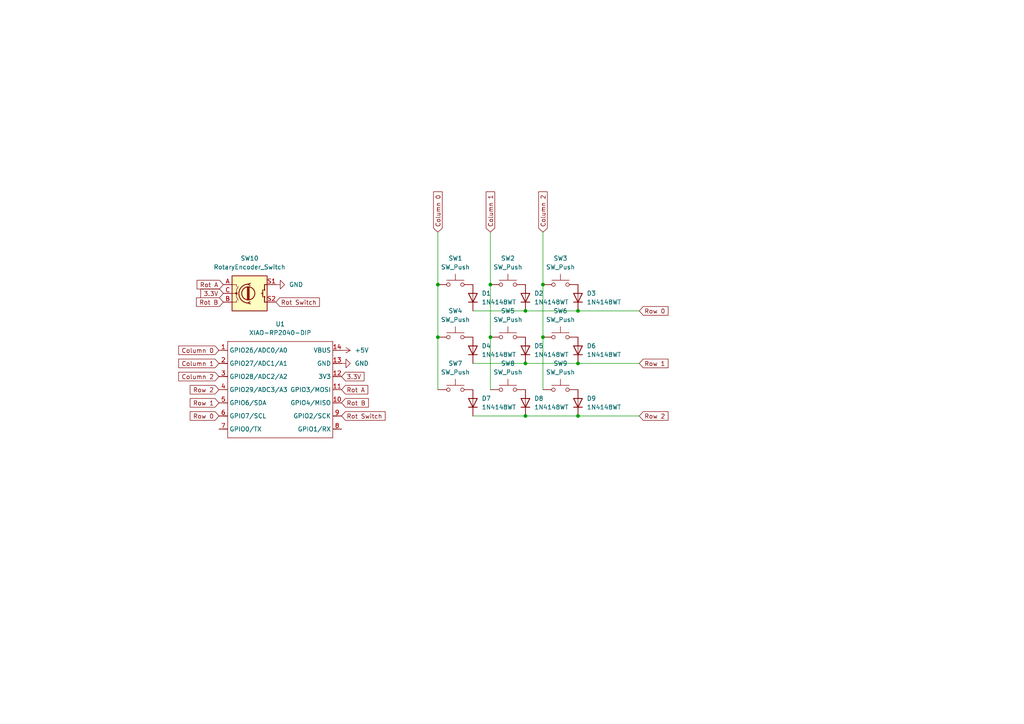
<source format=kicad_sch>
(kicad_sch (version 20250114) (generator "eeschema") (generator_version "9.0")
  (paper "A4")
  (lib_symbols
    (symbol "Device:RotaryEncoder_Switch" (pin_names (offset 0.254) (hide yes))
      (property "Reference" "SW" (at 0 6.604 0))
      (property "Value" "RotaryEncoder_Switch" (at 0 -6.604 0))
      (symbol "RotaryEncoder_Switch_0_1"
        (rectangle (start -5.08 5.08) (end 5.08 -5.08) (stroke (width 0.254)) (fill (type background)))
        (polyline (pts (xy -5.08 2.54) (xy -3.81 2.54) (xy -3.81 2.032)))
        (polyline (pts (xy -5.08 0) (xy -3.81 0) (xy -3.81 -1.016) (xy -3.302 -2.032)))
        (polyline (pts (xy -5.08 -2.54) (xy -3.81 -2.54) (xy -3.81 -2.032)))
        (polyline (pts (xy -4.318 0) (xy -3.81 0) (xy -3.81 1.016) (xy -3.302 2.032)))
        (circle (center -3.81 0) (radius 0.254) (fill (type outline)))
        (polyline (pts (xy -0.635 -1.778) (xy -0.635 1.778)) (stroke (width 0.254)))
        (circle (center -0.381 0) (radius 1.905) (stroke (width 0.254)))
        (polyline (pts (xy -0.381 -1.778) (xy -0.381 1.778)) (stroke (width 0.254)))
        (arc (start -0.381 -2.794) (mid -3.0988 -0.0635) (end -0.381 2.667) (stroke (width 0.254)))
        (polyline (pts (xy -0.127 1.778) (xy -0.127 -1.778)) (stroke (width 0.254)))
        (polyline (pts (xy 0.254 2.921) (xy -0.508 2.667) (xy 0.127 2.286)) (stroke (width 0.254)))
        (polyline (pts (xy 0.254 -3.048) (xy -0.508 -2.794) (xy 0.127 -2.413)) (stroke (width 0.254)))
        (polyline (pts (xy 3.81 1.016) (xy 3.81 -1.016)) (stroke (width 0.254)))
        (polyline (pts (xy 3.81 0) (xy 3.429 0)) (stroke (width 0.254)))
        (circle (center 4.318 1.016) (radius 0.127) (stroke (width 0.254)))
        (circle (center 4.318 -1.016) (radius 0.127) (stroke (width 0.254)))
        (polyline (pts (xy 5.08 2.54) (xy 4.318 2.54) (xy 4.318 1.016)) (stroke (width 0.254)))
        (polyline (pts (xy 5.08 -2.54) (xy 4.318 -2.54) (xy 4.318 -1.016)) (stroke (width 0.254)))
      )
      (symbol "RotaryEncoder_Switch_1_1"
        (pin passive line (at -7.62 2.54 0) (length 2.54) (name "A") (number "A"))
        (pin passive line (at -7.62 0 0) (length 2.54) (name "C") (number "C"))
        (pin passive line (at -7.62 -2.54 0) (length 2.54) (name "B") (number "B"))
        (pin passive line (at 7.62 2.54 180) (length 2.54) (name "S1") (number "S1"))
        (pin passive line (at 7.62 -2.54 180) (length 2.54) (name "S2") (number "S2"))
      )
    )
    (symbol "Diode:1N4148WT" (pin_numbers (hide yes)) (pin_names (hide yes))
      (property "Reference" "D" (at 0 2.54 0))
      (property "Value" "1N4148WT" (at 0 -2.54 0))
      (symbol "1N4148WT_0_1"
        (polyline (pts (xy -1.27 1.27) (xy -1.27 -1.27)) (stroke (width 0.254)))
        (polyline (pts (xy 1.27 1.27) (xy 1.27 -1.27) (xy -1.27 0) (xy 1.27 1.27)) (stroke (width 0.254)))
        (polyline (pts (xy 1.27 0) (xy -1.27 0)))
      )
      (symbol "1N4148WT_1_1"
        (pin passive line (at -3.81 0 0) (length 2.54) (name "K") (number "1"))
        (pin passive line (at 3.81 0 180) (length 2.54) (name "A") (number "2"))
      )
    )
    (symbol "OPL:XIAO-RP2040-DIP"
      (property "Reference" "U" (at 0 0 0))
      (property "Value" "XIAO-RP2040-DIP" (at 5.334 -1.778 0))
      (symbol "XIAO-RP2040-DIP_1_0"
        (polyline (pts (xy -1.27 -2.54) (xy 29.21 -2.54)) (stroke (width 0.1524)))
        (polyline (pts (xy -1.27 -5.08) (xy -2.54 -5.08)) (stroke (width 0.1524)))
        (polyline (pts (xy -1.27 -5.08) (xy -1.27 -2.54)) (stroke (width 0.1524)))
        (polyline (pts (xy -1.27 -8.89) (xy -2.54 -8.89)) (stroke (width 0.1524)))
        (polyline (pts (xy -1.27 -8.89) (xy -1.27 -5.08)) (stroke (width 0.1524)))
        (polyline (pts (xy -1.27 -12.7) (xy -2.54 -12.7)) (stroke (width 0.1524)))
        (polyline (pts (xy -1.27 -12.7) (xy -1.27 -8.89)) (stroke (width 0.1524)))
        (polyline (pts (xy -1.27 -16.51) (xy -2.54 -16.51)) (stroke (width 0.1524)))
        (polyline (pts (xy -1.27 -16.51) (xy -1.27 -12.7)) (stroke (width 0.1524)))
        (polyline (pts (xy -1.27 -20.32) (xy -2.54 -20.32)) (stroke (width 0.1524)))
        (polyline (pts (xy -1.27 -24.13) (xy -2.54 -24.13)) (stroke (width 0.1524)))
        (polyline (pts (xy -1.27 -27.94) (xy -2.54 -27.94)) (stroke (width 0.1524)))
        (polyline (pts (xy -1.27 -30.48) (xy -1.27 -16.51)) (stroke (width 0.1524)))
        (polyline (pts (xy 29.21 -2.54) (xy 29.21 -5.08)) (stroke (width 0.1524)))
        (polyline (pts (xy 29.21 -5.08) (xy 29.21 -8.89)) (stroke (width 0.1524)))
        (polyline (pts (xy 29.21 -8.89) (xy 29.21 -12.7)) (stroke (width 0.1524)))
        (polyline (pts (xy 29.21 -12.7) (xy 29.21 -30.48)) (stroke (width 0.1524)))
        (polyline (pts (xy 29.21 -30.48) (xy -1.27 -30.48)) (stroke (width 0.1524)))
        (polyline (pts (xy 30.48 -5.08) (xy 29.21 -5.08)) (stroke (width 0.1524)))
        (polyline (pts (xy 30.48 -8.89) (xy 29.21 -8.89)) (stroke (width 0.1524)))
        (polyline (pts (xy 30.48 -12.7) (xy 29.21 -12.7)) (stroke (width 0.1524)))
        (polyline (pts (xy 30.48 -16.51) (xy 29.21 -16.51)) (stroke (width 0.1524)))
        (polyline (pts (xy 30.48 -20.32) (xy 29.21 -20.32)) (stroke (width 0.1524)))
        (polyline (pts (xy 30.48 -24.13) (xy 29.21 -24.13)) (stroke (width 0.1524)))
        (polyline (pts (xy 30.48 -27.94) (xy 29.21 -27.94)) (stroke (width 0.1524)))
        (pin passive line (at -3.81 -5.08 0) (length 2.54) (name "GPIO26/ADC0/A0") (number "1"))
        (pin passive line (at -3.81 -8.89 0) (length 2.54) (name "GPIO27/ADC1/A1") (number "2"))
        (pin passive line (at -3.81 -12.7 0) (length 2.54) (name "GPIO28/ADC2/A2") (number "3"))
        (pin passive line (at -3.81 -16.51 0) (length 2.54) (name "GPIO29/ADC3/A3") (number "4"))
        (pin passive line (at -3.81 -20.32 0) (length 2.54) (name "GPIO6/SDA") (number "5"))
        (pin passive line (at -3.81 -24.13 0) (length 2.54) (name "GPIO7/SCL") (number "6"))
        (pin passive line (at -3.81 -27.94 0) (length 2.54) (name "GPIO0/TX") (number "7"))
        (pin passive line (at 31.75 -5.08 180) (length 2.54) (name "VBUS") (number "14"))
        (pin passive line (at 31.75 -8.89 180) (length 2.54) (name "GND") (number "13"))
        (pin passive line (at 31.75 -12.7 180) (length 2.54) (name "3V3") (number "12"))
        (pin passive line (at 31.75 -16.51 180) (length 2.54) (name "GPIO3/MOSI") (number "11"))
        (pin passive line (at 31.75 -20.32 180) (length 2.54) (name "GPIO4/MISO") (number "10"))
        (pin passive line (at 31.75 -24.13 180) (length 2.54) (name "GPIO2/SCK") (number "9"))
        (pin passive line (at 31.75 -27.94 180) (length 2.54) (name "GPIO1/RX") (number "8"))
      )
    )
    (symbol "Switch:SW_Push" (pin_numbers (hide yes)) (pin_names (offset 1.016) (hide yes))
      (property "Reference" "SW" (at 1.27 2.54 0))
      (property "Value" "SW_Push" (at 0 -1.524 0))
      (symbol "SW_Push_0_1"
        (circle (center -2.032 0) (radius 0.508))
        (polyline (pts (xy 0 1.27) (xy 0 3.048)))
        (circle (center 2.032 0) (radius 0.508))
        (polyline (pts (xy 2.54 1.27) (xy -2.54 1.27)))
        (pin passive line (at -5.08 0 0) (length 2.54) (name "1") (number "1"))
        (pin passive line (at 5.08 0 180) (length 2.54) (name "2") (number "2"))
      )
    )
    (symbol "power:+5V" (power) (pin_numbers (hide yes)) (pin_names (offset 0) (hide yes))
      (property "Value" "+5V" (at 0 3.556 0))
      (symbol "+5V_0_1"
        (polyline (pts (xy -0.762 1.27) (xy 0 2.54)))
        (polyline (pts (xy 0 2.54) (xy 0.762 1.27)))
        (polyline (pts (xy 0 0) (xy 0 2.54)))
      )
      (symbol "+5V_1_1"
        (pin power_in line (at 0 0 90) (length 0) (name "~") (number "1"))
      )
    )
    (symbol "power:GND" (power) (pin_numbers (hide yes)) (pin_names (offset 0) (hide yes))
      (property "Value" "GND" (at 0 -3.81 0))
      (symbol "GND_0_1"
        (polyline (pts (xy 0 0) (xy 0 -1.27) (xy 1.27 -1.27) (xy 0 -2.54) (xy -1.27 -1.27) (xy 0 -1.27)))
      )
      (symbol "GND_1_1"
        (pin power_in line (at 0 0 270) (length 0) (name "~") (number "1"))
      )
    )
  )
  (junction (at 157.48 82.55))
  (junction (at 167.64 120.65))
  (junction (at 167.64 90.17))
  (junction (at 152.4 120.65))
  (junction (at 157.48 97.79))
  (junction (at 127 82.55))
  (junction (at 142.24 97.79))
  (junction (at 127 97.79))
  (junction (at 142.24 82.55))
  (junction (at 167.64 105.41))
  (junction (at 152.4 90.17))
  (junction (at 152.4 105.41))
  (wire (pts (xy 137.16 120.65) (xy 152.4 120.65)))
  (wire (pts (xy 127 97.79) (xy 127 113.03)))
  (wire (pts (xy 142.24 82.55) (xy 142.24 97.79)))
  (wire (pts (xy 152.4 90.17) (xy 167.64 90.17)))
  (wire (pts (xy 185.42 105.41) (xy 167.64 105.41)))
  (wire (pts (xy 127 82.55) (xy 127 97.79)))
  (wire (pts (xy 157.48 82.55) (xy 157.48 97.79)))
  (wire (pts (xy 127 67.31) (xy 127 82.55)))
  (wire (pts (xy 185.42 120.65) (xy 167.64 120.65)))
  (wire (pts (xy 157.48 97.79) (xy 157.48 113.03)))
  (wire (pts (xy 142.24 67.31) (xy 142.24 82.55)))
  (wire (pts (xy 142.24 97.79) (xy 142.24 113.03)))
  (wire (pts (xy 185.42 90.17) (xy 167.64 90.17)))
  (wire (pts (xy 137.16 90.17) (xy 152.4 90.17)))
  (wire (pts (xy 137.16 105.41) (xy 152.4 105.41)))
  (wire (pts (xy 152.4 105.41) (xy 167.64 105.41)))
  (wire (pts (xy 157.48 67.31) (xy 157.48 82.55)))
  (wire (pts (xy 152.4 120.65) (xy 167.64 120.65)))
  (global_label "Column 2" (shape input) (at 157.48 67.31 90) (property "Intersheetrefs" "${INTERSHEET_REFS}" (effects (hide yes))))
  (global_label "Rot Switch" (shape input) (at 99.06 120.65 0) (property "Intersheetrefs" "${INTERSHEET_REFS}" (effects (hide yes))))
  (global_label "Rot A" (shape input) (at 99.06 113.03 0) (property "Intersheetrefs" "${INTERSHEET_REFS}" (effects (hide yes))))
  (global_label "Column 2" (shape input) (at 63.5 109.22 180) (property "Intersheetrefs" "${INTERSHEET_REFS}" (effects (hide yes))))
  (global_label "Row 1" (shape input) (at 63.5 116.84 180) (property "Intersheetrefs" "${INTERSHEET_REFS}" (effects (hide yes))))
  (global_label "Row 0" (shape input) (at 185.42 90.17 0) (property "Intersheetrefs" "${INTERSHEET_REFS}" (effects (hide yes))))
  (global_label "Rot Switch" (shape input) (at 80.01 87.63 0) (property "Intersheetrefs" "${INTERSHEET_REFS}" (effects (hide yes))))
  (global_label "Column 1" (shape input) (at 142.24 67.31 90) (property "Intersheetrefs" "${INTERSHEET_REFS}" (effects (hide yes))))
  (global_label "3.3V" (shape input) (at 99.06 109.22 0) (property "Intersheetrefs" "${INTERSHEET_REFS}" (effects (hide yes))))
  (global_label "Rot B" (shape input) (at 99.06 116.84 0) (property "Intersheetrefs" "${INTERSHEET_REFS}" (effects (hide yes))))
  (global_label "Column 0" (shape input) (at 127 67.31 90) (property "Intersheetrefs" "${INTERSHEET_REFS}" (effects (hide yes))))
  (global_label "Column 1" (shape input) (at 63.5 105.41 180) (property "Intersheetrefs" "${INTERSHEET_REFS}" (effects (hide yes))))
  (global_label "Rot B" (shape input) (at 64.77 87.63 180) (property "Intersheetrefs" "${INTERSHEET_REFS}" (effects (hide yes))))
  (global_label "Rot A" (shape input) (at 64.77 82.55 180) (property "Intersheetrefs" "${INTERSHEET_REFS}" (effects (hide yes))))
  (global_label "Row 1" (shape input) (at 185.42 105.41 0) (property "Intersheetrefs" "${INTERSHEET_REFS}" (effects (hide yes))))
  (global_label "3.3V" (shape input) (at 64.77 85.09 180) (property "Intersheetrefs" "${INTERSHEET_REFS}" (effects (hide yes))))
  (global_label "Row 0" (shape input) (at 63.5 120.65 180) (property "Intersheetrefs" "${INTERSHEET_REFS}" (effects (hide yes))))
  (global_label "Row 2" (shape input) (at 185.42 120.65 0) (property "Intersheetrefs" "${INTERSHEET_REFS}" (effects (hide yes))))
  (global_label "Row 2" (shape input) (at 63.5 113.03 180) (property "Intersheetrefs" "${INTERSHEET_REFS}" (effects (hide yes))))
  (global_label "Column 0" (shape input) (at 63.5 101.6 180) (property "Intersheetrefs" "${INTERSHEET_REFS}" (effects (hide yes))))
  (symbol (lib_id "power:+5V") (at 99.06 101.6 270) (unit 1)
    (property "Reference" "#PWR01" (effects (hide yes)))
    (property "Value" "+5V" (at 102.87 101.5999 90) (effects (justify left)))
    (property "Description" "Power symbol creates a global label with name \"+5V\"" (effects (hide yes)))
  )
  (symbol (lib_id "Switch:SW_Push") (at 162.56 97.79 0) (unit 1)
    (property "Reference" "SW6" (at 162.56 90.17 0))
    (property "Value" "SW_Push" (at 162.56 92.71 0))
    (property "Footprint" "Button_Switch_Keyboard:SW_Cherry_MX_1.00u_PCB" (effects (hide yes)))
    (property "Description" "Push button switch, generic, two pins" (effects (hide yes)))
  )
  (symbol (lib_id "Device:RotaryEncoder_Switch") (at 72.39 85.09 0) (unit 1)
    (property "Reference" "SW10" (at 72.39 74.93 0))
    (property "Value" "RotaryEncoder_Switch" (at 72.39 77.47 0))
    (property "Footprint" "Rotary_Encoder:RotaryEncoder_Alps_EC11E-Switch_Vertical_H20mm_MountingHoles" (effects (hide yes)))
    (property "Description" "Rotary encoder, dual channel, incremental quadrate outputs, with switch" (effects (hide yes)))
  )
  (symbol (lib_id "Diode:1N4148WT") (at 137.16 101.6 90) (unit 1)
    (property "Reference" "D4" (at 139.7 100.3299 90) (effects (justify right)))
    (property "Value" "1N4148WT" (at 139.7 102.8699 90) (effects (justify right)))
    (property "Footprint" "Diode_THT:D_DO-35_SOD27_P7.62mm_Horizontal" (effects (hide yes)))
    (property "Datasheet" "https://www.diodes.com/assets/Datasheets/ds30396.pdf" (effects (hide yes)))
    (property "Description" "75V 0.15A Fast switching Diode, SOD-523" (effects (hide yes)))
    (property "Sim.Device" "D" (effects (hide yes)))
    (property "Sim.Pins" "1=K 2=A" (effects (hide yes)))
  )
  (symbol (lib_id "Diode:1N4148WT") (at 167.64 101.6 90) (unit 1)
    (property "Reference" "D6" (at 170.18 100.3299 90) (effects (justify right)))
    (property "Value" "1N4148WT" (at 170.18 102.8699 90) (effects (justify right)))
    (property "Footprint" "Diode_THT:D_DO-35_SOD27_P7.62mm_Horizontal" (effects (hide yes)))
    (property "Datasheet" "https://www.diodes.com/assets/Datasheets/ds30396.pdf" (effects (hide yes)))
    (property "Description" "75V 0.15A Fast switching Diode, SOD-523" (effects (hide yes)))
    (property "Sim.Device" "D" (effects (hide yes)))
    (property "Sim.Pins" "1=K 2=A" (effects (hide yes)))
  )
  (symbol (lib_id "Switch:SW_Push") (at 132.08 97.79 0) (unit 1)
    (property "Reference" "SW4" (at 132.08 90.17 0))
    (property "Value" "SW_Push" (at 132.08 92.71 0))
    (property "Footprint" "Button_Switch_Keyboard:SW_Cherry_MX_1.00u_PCB" (effects (hide yes)))
    (property "Description" "Push button switch, generic, two pins" (effects (hide yes)))
  )
  (symbol (lib_id "Switch:SW_Push") (at 132.08 82.55 0) (unit 1)
    (property "Reference" "SW1" (at 132.08 74.93 0))
    (property "Value" "SW_Push" (at 132.08 77.47 0))
    (property "Footprint" "Button_Switch_Keyboard:SW_Cherry_MX_1.00u_PCB" (effects (hide yes)))
    (property "Description" "Push button switch, generic, two pins" (effects (hide yes)))
  )
  (symbol (lib_id "Switch:SW_Push") (at 147.32 97.79 0) (unit 1)
    (property "Reference" "SW5" (at 147.32 90.17 0))
    (property "Value" "SW_Push" (at 147.32 92.71 0))
    (property "Footprint" "Button_Switch_Keyboard:SW_Cherry_MX_1.00u_PCB" (effects (hide yes)))
    (property "Description" "Push button switch, generic, two pins" (effects (hide yes)))
  )
  (symbol (lib_id "Diode:1N4148WT") (at 167.64 116.84 90) (unit 1)
    (property "Reference" "D9" (at 170.18 115.5699 90) (effects (justify right)))
    (property "Value" "1N4148WT" (at 170.18 118.1099 90) (effects (justify right)))
    (property "Footprint" "Diode_THT:D_DO-35_SOD27_P7.62mm_Horizontal" (effects (hide yes)))
    (property "Datasheet" "https://www.diodes.com/assets/Datasheets/ds30396.pdf" (effects (hide yes)))
    (property "Description" "75V 0.15A Fast switching Diode, SOD-523" (effects (hide yes)))
    (property "Sim.Device" "D" (effects (hide yes)))
    (property "Sim.Pins" "1=K 2=A" (effects (hide yes)))
  )
  (symbol (lib_id "power:GND") (at 80.01 82.55 90) (unit 1)
    (property "Reference" "#PWR03" (effects (hide yes)))
    (property "Value" "GND" (at 83.82 82.5499 90) (effects (justify right)))
    (property "Description" "Power symbol creates a global label with name \"GND\" , ground" (effects (hide yes)))
  )
  (symbol (lib_id "Switch:SW_Push") (at 147.32 82.55 0) (unit 1)
    (property "Reference" "SW2" (at 147.32 74.93 0))
    (property "Value" "SW_Push" (at 147.32 77.47 0))
    (property "Footprint" "Button_Switch_Keyboard:SW_Cherry_MX_1.00u_PCB" (effects (hide yes)))
    (property "Description" "Push button switch, generic, two pins" (effects (hide yes)))
  )
  (symbol (lib_id "Switch:SW_Push") (at 132.08 113.03 0) (unit 1)
    (property "Reference" "SW7" (at 132.08 105.41 0))
    (property "Value" "SW_Push" (at 132.08 107.95 0))
    (property "Footprint" "Button_Switch_Keyboard:SW_Cherry_MX_1.00u_PCB" (effects (hide yes)))
    (property "Description" "Push button switch, generic, two pins" (effects (hide yes)))
  )
  (symbol (lib_id "Diode:1N4148WT") (at 137.16 116.84 90) (unit 1)
    (property "Reference" "D7" (at 139.7 115.5699 90) (effects (justify right)))
    (property "Value" "1N4148WT" (at 139.7 118.1099 90) (effects (justify right)))
    (property "Footprint" "Diode_THT:D_DO-35_SOD27_P7.62mm_Horizontal" (effects (hide yes)))
    (property "Datasheet" "https://www.diodes.com/assets/Datasheets/ds30396.pdf" (effects (hide yes)))
    (property "Description" "75V 0.15A Fast switching Diode, SOD-523" (effects (hide yes)))
    (property "Sim.Device" "D" (effects (hide yes)))
    (property "Sim.Pins" "1=K 2=A" (effects (hide yes)))
  )
  (symbol (lib_id "Diode:1N4148WT") (at 137.16 86.36 90) (unit 1)
    (property "Reference" "D1" (at 139.7 85.0899 90) (effects (justify right)))
    (property "Value" "1N4148WT" (at 139.7 87.6299 90) (effects (justify right)))
    (property "Footprint" "Diode_THT:D_DO-35_SOD27_P7.62mm_Horizontal" (effects (hide yes)))
    (property "Datasheet" "https://www.diodes.com/assets/Datasheets/ds30396.pdf" (effects (hide yes)))
    (property "Description" "75V 0.15A Fast switching Diode, SOD-523" (effects (hide yes)))
    (property "Sim.Device" "D" (effects (hide yes)))
    (property "Sim.Pins" "1=K 2=A" (effects (hide yes)))
  )
  (symbol (lib_id "OPL:XIAO-RP2040-DIP") (at 67.31 96.52 0) (unit 1)
    (property "Reference" "U1" (at 81.28 93.98 0))
    (property "Value" "XIAO-RP2040-DIP" (at 81.28 96.52 0))
    (property "Footprint" "OPL:XIAO-RP2040-DIP" (effects (hide yes)))
  )
  (symbol (lib_id "Diode:1N4148WT") (at 152.4 86.36 90) (unit 1)
    (property "Reference" "D2" (at 154.94 85.0899 90) (effects (justify right)))
    (property "Value" "1N4148WT" (at 154.94 87.6299 90) (effects (justify right)))
    (property "Footprint" "Diode_THT:D_DO-35_SOD27_P7.62mm_Horizontal" (effects (hide yes)))
    (property "Datasheet" "https://www.diodes.com/assets/Datasheets/ds30396.pdf" (effects (hide yes)))
    (property "Description" "75V 0.15A Fast switching Diode, SOD-523" (effects (hide yes)))
    (property "Sim.Device" "D" (effects (hide yes)))
    (property "Sim.Pins" "1=K 2=A" (effects (hide yes)))
  )
  (symbol (lib_id "power:GND") (at 99.06 105.41 90) (unit 1)
    (property "Reference" "#PWR02" (effects (hide yes)))
    (property "Value" "GND" (at 102.87 105.4099 90) (effects (justify right)))
    (property "Description" "Power symbol creates a global label with name \"GND\" , ground" (effects (hide yes)))
  )
  (symbol (lib_id "Switch:SW_Push") (at 147.32 113.03 0) (unit 1)
    (property "Reference" "SW8" (at 147.32 105.41 0))
    (property "Value" "SW_Push" (at 147.32 107.95 0))
    (property "Footprint" "Button_Switch_Keyboard:SW_Cherry_MX_1.00u_PCB" (effects (hide yes)))
    (property "Description" "Push button switch, generic, two pins" (effects (hide yes)))
  )
  (symbol (lib_id "Diode:1N4148WT") (at 167.64 86.36 90) (unit 1)
    (property "Reference" "D3" (at 170.18 85.0899 90) (effects (justify right)))
    (property "Value" "1N4148WT" (at 170.18 87.6299 90) (effects (justify right)))
    (property "Footprint" "Diode_THT:D_DO-35_SOD27_P7.62mm_Horizontal" (effects (hide yes)))
    (property "Datasheet" "https://www.diodes.com/assets/Datasheets/ds30396.pdf" (effects (hide yes)))
    (property "Description" "75V 0.15A Fast switching Diode, SOD-523" (effects (hide yes)))
    (property "Sim.Device" "D" (effects (hide yes)))
    (property "Sim.Pins" "1=K 2=A" (effects (hide yes)))
  )
  (symbol (lib_id "Diode:1N4148WT") (at 152.4 116.84 90) (unit 1)
    (property "Reference" "D8" (at 154.94 115.5699 90) (effects (justify right)))
    (property "Value" "1N4148WT" (at 154.94 118.1099 90) (effects (justify right)))
    (property "Footprint" "Diode_THT:D_DO-35_SOD27_P7.62mm_Horizontal" (effects (hide yes)))
    (property "Datasheet" "https://www.diodes.com/assets/Datasheets/ds30396.pdf" (effects (hide yes)))
    (property "Description" "75V 0.15A Fast switching Diode, SOD-523" (effects (hide yes)))
    (property "Sim.Device" "D" (effects (hide yes)))
    (property "Sim.Pins" "1=K 2=A" (effects (hide yes)))
  )
  (symbol (lib_id "Diode:1N4148WT") (at 152.4 101.6 90) (unit 1)
    (property "Reference" "D5" (at 154.94 100.3299 90) (effects (justify right)))
    (property "Value" "1N4148WT" (at 154.94 102.8699 90) (effects (justify right)))
    (property "Footprint" "Diode_THT:D_DO-35_SOD27_P7.62mm_Horizontal" (effects (hide yes)))
    (property "Datasheet" "https://www.diodes.com/assets/Datasheets/ds30396.pdf" (effects (hide yes)))
    (property "Description" "75V 0.15A Fast switching Diode, SOD-523" (effects (hide yes)))
    (property "Sim.Device" "D" (effects (hide yes)))
    (property "Sim.Pins" "1=K 2=A" (effects (hide yes)))
  )
  (symbol (lib_id "Switch:SW_Push") (at 162.56 82.55 0) (unit 1)
    (property "Reference" "SW3" (at 162.56 74.93 0))
    (property "Value" "SW_Push" (at 162.56 77.47 0))
    (property "Footprint" "Button_Switch_Keyboard:SW_Cherry_MX_1.00u_PCB" (effects (hide yes)))
    (property "Description" "Push button switch, generic, two pins" (effects (hide yes)))
  )
  (symbol (lib_id "Switch:SW_Push") (at 162.56 113.03 0) (unit 1)
    (property "Reference" "SW9" (at 162.56 105.41 0))
    (property "Value" "SW_Push" (at 162.56 107.95 0))
    (property "Footprint" "Button_Switch_Keyboard:SW_Cherry_MX_1.00u_PCB" (effects (hide yes)))
    (property "Description" "Push button switch, generic, two pins" (effects (hide yes)))
  )
)
</source>
